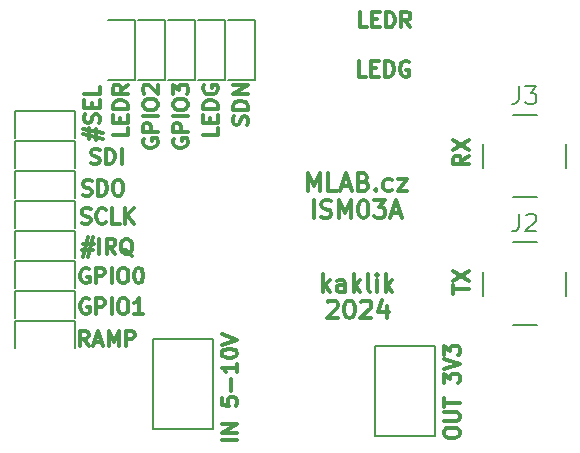
<source format=gbr>
%TF.GenerationSoftware,KiCad,Pcbnew,8.0.3+1*%
%TF.CreationDate,2024-07-15T18:43:40+00:00*%
%TF.ProjectId,ISM03,49534d30-332e-46b6-9963-61645f706362,rev?*%
%TF.SameCoordinates,Original*%
%TF.FileFunction,Legend,Top*%
%TF.FilePolarity,Positive*%
%FSLAX46Y46*%
G04 Gerber Fmt 4.6, Leading zero omitted, Abs format (unit mm)*
G04 Created by KiCad (PCBNEW 8.0.3+1) date 2024-07-15 18:43:40*
%MOMM*%
%LPD*%
G01*
G04 APERTURE LIST*
%ADD10C,0.300000*%
%ADD11C,0.150000*%
G04 APERTURE END LIST*
D10*
X17222804Y34129633D02*
X17222804Y33510585D01*
X17222804Y33510585D02*
X15922804Y33510585D01*
X16541852Y34562966D02*
X16541852Y34996300D01*
X17222804Y35182014D02*
X17222804Y34562966D01*
X17222804Y34562966D02*
X15922804Y34562966D01*
X15922804Y34562966D02*
X15922804Y35182014D01*
X17222804Y35739156D02*
X15922804Y35739156D01*
X15922804Y35739156D02*
X15922804Y36048680D01*
X15922804Y36048680D02*
X15984709Y36234394D01*
X15984709Y36234394D02*
X16108519Y36358204D01*
X16108519Y36358204D02*
X16232328Y36420109D01*
X16232328Y36420109D02*
X16479947Y36482013D01*
X16479947Y36482013D02*
X16665661Y36482013D01*
X16665661Y36482013D02*
X16913280Y36420109D01*
X16913280Y36420109D02*
X17037090Y36358204D01*
X17037090Y36358204D02*
X17160900Y36234394D01*
X17160900Y36234394D02*
X17222804Y36048680D01*
X17222804Y36048680D02*
X17222804Y35739156D01*
X17222804Y37782013D02*
X16603757Y37348680D01*
X17222804Y37039156D02*
X15922804Y37039156D01*
X15922804Y37039156D02*
X15922804Y37534394D01*
X15922804Y37534394D02*
X15984709Y37658204D01*
X15984709Y37658204D02*
X16046614Y37720109D01*
X16046614Y37720109D02*
X16170423Y37782013D01*
X16170423Y37782013D02*
X16356138Y37782013D01*
X16356138Y37782013D02*
X16479947Y37720109D01*
X16479947Y37720109D02*
X16541852Y37658204D01*
X16541852Y37658204D02*
X16603757Y37534394D01*
X16603757Y37534394D02*
X16603757Y37039156D01*
X24842804Y34129633D02*
X24842804Y33510585D01*
X24842804Y33510585D02*
X23542804Y33510585D01*
X24161852Y34562966D02*
X24161852Y34996300D01*
X24842804Y35182014D02*
X24842804Y34562966D01*
X24842804Y34562966D02*
X23542804Y34562966D01*
X23542804Y34562966D02*
X23542804Y35182014D01*
X24842804Y35739156D02*
X23542804Y35739156D01*
X23542804Y35739156D02*
X23542804Y36048680D01*
X23542804Y36048680D02*
X23604709Y36234394D01*
X23604709Y36234394D02*
X23728519Y36358204D01*
X23728519Y36358204D02*
X23852328Y36420109D01*
X23852328Y36420109D02*
X24099947Y36482013D01*
X24099947Y36482013D02*
X24285661Y36482013D01*
X24285661Y36482013D02*
X24533280Y36420109D01*
X24533280Y36420109D02*
X24657090Y36358204D01*
X24657090Y36358204D02*
X24780900Y36234394D01*
X24780900Y36234394D02*
X24842804Y36048680D01*
X24842804Y36048680D02*
X24842804Y35739156D01*
X23604709Y37720109D02*
X23542804Y37596299D01*
X23542804Y37596299D02*
X23542804Y37410585D01*
X23542804Y37410585D02*
X23604709Y37224871D01*
X23604709Y37224871D02*
X23728519Y37101061D01*
X23728519Y37101061D02*
X23852328Y37039156D01*
X23852328Y37039156D02*
X24099947Y36977252D01*
X24099947Y36977252D02*
X24285661Y36977252D01*
X24285661Y36977252D02*
X24533280Y37039156D01*
X24533280Y37039156D02*
X24657090Y37101061D01*
X24657090Y37101061D02*
X24780900Y37224871D01*
X24780900Y37224871D02*
X24842804Y37410585D01*
X24842804Y37410585D02*
X24842804Y37534394D01*
X24842804Y37534394D02*
X24780900Y37720109D01*
X24780900Y37720109D02*
X24718995Y37782013D01*
X24718995Y37782013D02*
X24285661Y37782013D01*
X24285661Y37782013D02*
X24285661Y37534394D01*
X27320900Y34377941D02*
X27382804Y34563655D01*
X27382804Y34563655D02*
X27382804Y34873179D01*
X27382804Y34873179D02*
X27320900Y34996988D01*
X27320900Y34996988D02*
X27258995Y35058893D01*
X27258995Y35058893D02*
X27135185Y35120798D01*
X27135185Y35120798D02*
X27011376Y35120798D01*
X27011376Y35120798D02*
X26887566Y35058893D01*
X26887566Y35058893D02*
X26825661Y34996988D01*
X26825661Y34996988D02*
X26763757Y34873179D01*
X26763757Y34873179D02*
X26701852Y34625560D01*
X26701852Y34625560D02*
X26639947Y34501750D01*
X26639947Y34501750D02*
X26578042Y34439845D01*
X26578042Y34439845D02*
X26454233Y34377941D01*
X26454233Y34377941D02*
X26330423Y34377941D01*
X26330423Y34377941D02*
X26206614Y34439845D01*
X26206614Y34439845D02*
X26144709Y34501750D01*
X26144709Y34501750D02*
X26082804Y34625560D01*
X26082804Y34625560D02*
X26082804Y34935083D01*
X26082804Y34935083D02*
X26144709Y35120798D01*
X27382804Y35677940D02*
X26082804Y35677940D01*
X26082804Y35677940D02*
X26082804Y35987464D01*
X26082804Y35987464D02*
X26144709Y36173178D01*
X26144709Y36173178D02*
X26268519Y36296988D01*
X26268519Y36296988D02*
X26392328Y36358893D01*
X26392328Y36358893D02*
X26639947Y36420797D01*
X26639947Y36420797D02*
X26825661Y36420797D01*
X26825661Y36420797D02*
X27073280Y36358893D01*
X27073280Y36358893D02*
X27197090Y36296988D01*
X27197090Y36296988D02*
X27320900Y36173178D01*
X27320900Y36173178D02*
X27382804Y35987464D01*
X27382804Y35987464D02*
X27382804Y35677940D01*
X27382804Y36977940D02*
X26082804Y36977940D01*
X26082804Y36977940D02*
X27382804Y37720797D01*
X27382804Y37720797D02*
X26082804Y37720797D01*
X18524709Y33201061D02*
X18462804Y33077251D01*
X18462804Y33077251D02*
X18462804Y32891537D01*
X18462804Y32891537D02*
X18524709Y32705823D01*
X18524709Y32705823D02*
X18648519Y32582013D01*
X18648519Y32582013D02*
X18772328Y32520108D01*
X18772328Y32520108D02*
X19019947Y32458204D01*
X19019947Y32458204D02*
X19205661Y32458204D01*
X19205661Y32458204D02*
X19453280Y32520108D01*
X19453280Y32520108D02*
X19577090Y32582013D01*
X19577090Y32582013D02*
X19700900Y32705823D01*
X19700900Y32705823D02*
X19762804Y32891537D01*
X19762804Y32891537D02*
X19762804Y33015346D01*
X19762804Y33015346D02*
X19700900Y33201061D01*
X19700900Y33201061D02*
X19638995Y33262965D01*
X19638995Y33262965D02*
X19205661Y33262965D01*
X19205661Y33262965D02*
X19205661Y33015346D01*
X19762804Y33820108D02*
X18462804Y33820108D01*
X18462804Y33820108D02*
X18462804Y34315346D01*
X18462804Y34315346D02*
X18524709Y34439156D01*
X18524709Y34439156D02*
X18586614Y34501061D01*
X18586614Y34501061D02*
X18710423Y34562965D01*
X18710423Y34562965D02*
X18896138Y34562965D01*
X18896138Y34562965D02*
X19019947Y34501061D01*
X19019947Y34501061D02*
X19081852Y34439156D01*
X19081852Y34439156D02*
X19143757Y34315346D01*
X19143757Y34315346D02*
X19143757Y33820108D01*
X19762804Y35120108D02*
X18462804Y35120108D01*
X18462804Y35986775D02*
X18462804Y36234394D01*
X18462804Y36234394D02*
X18524709Y36358204D01*
X18524709Y36358204D02*
X18648519Y36482013D01*
X18648519Y36482013D02*
X18896138Y36543918D01*
X18896138Y36543918D02*
X19329471Y36543918D01*
X19329471Y36543918D02*
X19577090Y36482013D01*
X19577090Y36482013D02*
X19700900Y36358204D01*
X19700900Y36358204D02*
X19762804Y36234394D01*
X19762804Y36234394D02*
X19762804Y35986775D01*
X19762804Y35986775D02*
X19700900Y35862966D01*
X19700900Y35862966D02*
X19577090Y35739156D01*
X19577090Y35739156D02*
X19329471Y35677252D01*
X19329471Y35677252D02*
X18896138Y35677252D01*
X18896138Y35677252D02*
X18648519Y35739156D01*
X18648519Y35739156D02*
X18524709Y35862966D01*
X18524709Y35862966D02*
X18462804Y35986775D01*
X18586614Y37039157D02*
X18524709Y37101061D01*
X18524709Y37101061D02*
X18462804Y37224871D01*
X18462804Y37224871D02*
X18462804Y37534395D01*
X18462804Y37534395D02*
X18524709Y37658204D01*
X18524709Y37658204D02*
X18586614Y37720109D01*
X18586614Y37720109D02*
X18710423Y37782014D01*
X18710423Y37782014D02*
X18834233Y37782014D01*
X18834233Y37782014D02*
X19019947Y37720109D01*
X19019947Y37720109D02*
X19762804Y36977252D01*
X19762804Y36977252D02*
X19762804Y37782014D01*
X21064709Y33201061D02*
X21002804Y33077251D01*
X21002804Y33077251D02*
X21002804Y32891537D01*
X21002804Y32891537D02*
X21064709Y32705823D01*
X21064709Y32705823D02*
X21188519Y32582013D01*
X21188519Y32582013D02*
X21312328Y32520108D01*
X21312328Y32520108D02*
X21559947Y32458204D01*
X21559947Y32458204D02*
X21745661Y32458204D01*
X21745661Y32458204D02*
X21993280Y32520108D01*
X21993280Y32520108D02*
X22117090Y32582013D01*
X22117090Y32582013D02*
X22240900Y32705823D01*
X22240900Y32705823D02*
X22302804Y32891537D01*
X22302804Y32891537D02*
X22302804Y33015346D01*
X22302804Y33015346D02*
X22240900Y33201061D01*
X22240900Y33201061D02*
X22178995Y33262965D01*
X22178995Y33262965D02*
X21745661Y33262965D01*
X21745661Y33262965D02*
X21745661Y33015346D01*
X22302804Y33820108D02*
X21002804Y33820108D01*
X21002804Y33820108D02*
X21002804Y34315346D01*
X21002804Y34315346D02*
X21064709Y34439156D01*
X21064709Y34439156D02*
X21126614Y34501061D01*
X21126614Y34501061D02*
X21250423Y34562965D01*
X21250423Y34562965D02*
X21436138Y34562965D01*
X21436138Y34562965D02*
X21559947Y34501061D01*
X21559947Y34501061D02*
X21621852Y34439156D01*
X21621852Y34439156D02*
X21683757Y34315346D01*
X21683757Y34315346D02*
X21683757Y33820108D01*
X22302804Y35120108D02*
X21002804Y35120108D01*
X21002804Y35986775D02*
X21002804Y36234394D01*
X21002804Y36234394D02*
X21064709Y36358204D01*
X21064709Y36358204D02*
X21188519Y36482013D01*
X21188519Y36482013D02*
X21436138Y36543918D01*
X21436138Y36543918D02*
X21869471Y36543918D01*
X21869471Y36543918D02*
X22117090Y36482013D01*
X22117090Y36482013D02*
X22240900Y36358204D01*
X22240900Y36358204D02*
X22302804Y36234394D01*
X22302804Y36234394D02*
X22302804Y35986775D01*
X22302804Y35986775D02*
X22240900Y35862966D01*
X22240900Y35862966D02*
X22117090Y35739156D01*
X22117090Y35739156D02*
X21869471Y35677252D01*
X21869471Y35677252D02*
X21436138Y35677252D01*
X21436138Y35677252D02*
X21188519Y35739156D01*
X21188519Y35739156D02*
X21064709Y35862966D01*
X21064709Y35862966D02*
X21002804Y35986775D01*
X21002804Y36977252D02*
X21002804Y37782014D01*
X21002804Y37782014D02*
X21498042Y37348680D01*
X21498042Y37348680D02*
X21498042Y37534395D01*
X21498042Y37534395D02*
X21559947Y37658204D01*
X21559947Y37658204D02*
X21621852Y37720109D01*
X21621852Y37720109D02*
X21745661Y37782014D01*
X21745661Y37782014D02*
X22055185Y37782014D01*
X22055185Y37782014D02*
X22178995Y37720109D01*
X22178995Y37720109D02*
X22240900Y37658204D01*
X22240900Y37658204D02*
X22302804Y37534395D01*
X22302804Y37534395D02*
X22302804Y37162966D01*
X22302804Y37162966D02*
X22240900Y37039157D01*
X22240900Y37039157D02*
X22178995Y36977252D01*
X13396851Y28457500D02*
X13582565Y28395596D01*
X13582565Y28395596D02*
X13892089Y28395596D01*
X13892089Y28395596D02*
X14015898Y28457500D01*
X14015898Y28457500D02*
X14077803Y28519405D01*
X14077803Y28519405D02*
X14139708Y28643215D01*
X14139708Y28643215D02*
X14139708Y28767024D01*
X14139708Y28767024D02*
X14077803Y28890834D01*
X14077803Y28890834D02*
X14015898Y28952739D01*
X14015898Y28952739D02*
X13892089Y29014643D01*
X13892089Y29014643D02*
X13644470Y29076548D01*
X13644470Y29076548D02*
X13520660Y29138453D01*
X13520660Y29138453D02*
X13458755Y29200358D01*
X13458755Y29200358D02*
X13396851Y29324167D01*
X13396851Y29324167D02*
X13396851Y29447977D01*
X13396851Y29447977D02*
X13458755Y29571786D01*
X13458755Y29571786D02*
X13520660Y29633691D01*
X13520660Y29633691D02*
X13644470Y29695596D01*
X13644470Y29695596D02*
X13953993Y29695596D01*
X13953993Y29695596D02*
X14139708Y29633691D01*
X14696850Y28395596D02*
X14696850Y29695596D01*
X14696850Y29695596D02*
X15006374Y29695596D01*
X15006374Y29695596D02*
X15192088Y29633691D01*
X15192088Y29633691D02*
X15315898Y29509881D01*
X15315898Y29509881D02*
X15377803Y29386072D01*
X15377803Y29386072D02*
X15439707Y29138453D01*
X15439707Y29138453D02*
X15439707Y28952739D01*
X15439707Y28952739D02*
X15377803Y28705120D01*
X15377803Y28705120D02*
X15315898Y28581310D01*
X15315898Y28581310D02*
X15192088Y28457500D01*
X15192088Y28457500D02*
X15006374Y28395596D01*
X15006374Y28395596D02*
X14696850Y28395596D01*
X16244469Y29695596D02*
X16492088Y29695596D01*
X16492088Y29695596D02*
X16615898Y29633691D01*
X16615898Y29633691D02*
X16739707Y29509881D01*
X16739707Y29509881D02*
X16801612Y29262262D01*
X16801612Y29262262D02*
X16801612Y28828929D01*
X16801612Y28828929D02*
X16739707Y28581310D01*
X16739707Y28581310D02*
X16615898Y28457500D01*
X16615898Y28457500D02*
X16492088Y28395596D01*
X16492088Y28395596D02*
X16244469Y28395596D01*
X16244469Y28395596D02*
X16120660Y28457500D01*
X16120660Y28457500D02*
X15996850Y28581310D01*
X15996850Y28581310D02*
X15934946Y28828929D01*
X15934946Y28828929D02*
X15934946Y29262262D01*
X15934946Y29262262D02*
X15996850Y29509881D01*
X15996850Y29509881D02*
X16120660Y29633691D01*
X16120660Y29633691D02*
X16244469Y29695596D01*
X13295375Y26069900D02*
X13481089Y26007996D01*
X13481089Y26007996D02*
X13790613Y26007996D01*
X13790613Y26007996D02*
X13914422Y26069900D01*
X13914422Y26069900D02*
X13976327Y26131805D01*
X13976327Y26131805D02*
X14038232Y26255615D01*
X14038232Y26255615D02*
X14038232Y26379424D01*
X14038232Y26379424D02*
X13976327Y26503234D01*
X13976327Y26503234D02*
X13914422Y26565139D01*
X13914422Y26565139D02*
X13790613Y26627043D01*
X13790613Y26627043D02*
X13542994Y26688948D01*
X13542994Y26688948D02*
X13419184Y26750853D01*
X13419184Y26750853D02*
X13357279Y26812758D01*
X13357279Y26812758D02*
X13295375Y26936567D01*
X13295375Y26936567D02*
X13295375Y27060377D01*
X13295375Y27060377D02*
X13357279Y27184186D01*
X13357279Y27184186D02*
X13419184Y27246091D01*
X13419184Y27246091D02*
X13542994Y27307996D01*
X13542994Y27307996D02*
X13852517Y27307996D01*
X13852517Y27307996D02*
X14038232Y27246091D01*
X15338231Y26131805D02*
X15276327Y26069900D01*
X15276327Y26069900D02*
X15090612Y26007996D01*
X15090612Y26007996D02*
X14966803Y26007996D01*
X14966803Y26007996D02*
X14781089Y26069900D01*
X14781089Y26069900D02*
X14657279Y26193710D01*
X14657279Y26193710D02*
X14595374Y26317520D01*
X14595374Y26317520D02*
X14533470Y26565139D01*
X14533470Y26565139D02*
X14533470Y26750853D01*
X14533470Y26750853D02*
X14595374Y26998472D01*
X14595374Y26998472D02*
X14657279Y27122281D01*
X14657279Y27122281D02*
X14781089Y27246091D01*
X14781089Y27246091D02*
X14966803Y27307996D01*
X14966803Y27307996D02*
X15090612Y27307996D01*
X15090612Y27307996D02*
X15276327Y27246091D01*
X15276327Y27246091D02*
X15338231Y27184186D01*
X16514422Y26007996D02*
X15895374Y26007996D01*
X15895374Y26007996D02*
X15895374Y27307996D01*
X16947755Y26007996D02*
X16947755Y27307996D01*
X17690612Y26007996D02*
X17133470Y26750853D01*
X17690612Y27307996D02*
X16947755Y26565139D01*
X13427098Y24309262D02*
X14355669Y24309262D01*
X13798526Y24866405D02*
X13427098Y23194977D01*
X14231859Y23752120D02*
X13303288Y23752120D01*
X13860431Y23194977D02*
X14231859Y24866405D01*
X14789002Y23442596D02*
X14789002Y24742596D01*
X16150907Y23442596D02*
X15717574Y24061643D01*
X15408050Y23442596D02*
X15408050Y24742596D01*
X15408050Y24742596D02*
X15903288Y24742596D01*
X15903288Y24742596D02*
X16027098Y24680691D01*
X16027098Y24680691D02*
X16089003Y24618786D01*
X16089003Y24618786D02*
X16150907Y24494977D01*
X16150907Y24494977D02*
X16150907Y24309262D01*
X16150907Y24309262D02*
X16089003Y24185453D01*
X16089003Y24185453D02*
X16027098Y24123548D01*
X16027098Y24123548D02*
X15903288Y24061643D01*
X15903288Y24061643D02*
X15408050Y24061643D01*
X17574717Y23318786D02*
X17450907Y23380691D01*
X17450907Y23380691D02*
X17327098Y23504500D01*
X17327098Y23504500D02*
X17141384Y23690215D01*
X17141384Y23690215D02*
X17017574Y23752120D01*
X17017574Y23752120D02*
X16893765Y23752120D01*
X16955669Y23442596D02*
X16831860Y23504500D01*
X16831860Y23504500D02*
X16708050Y23628310D01*
X16708050Y23628310D02*
X16646146Y23875929D01*
X16646146Y23875929D02*
X16646146Y24309262D01*
X16646146Y24309262D02*
X16708050Y24556881D01*
X16708050Y24556881D02*
X16831860Y24680691D01*
X16831860Y24680691D02*
X16955669Y24742596D01*
X16955669Y24742596D02*
X17203288Y24742596D01*
X17203288Y24742596D02*
X17327098Y24680691D01*
X17327098Y24680691D02*
X17450907Y24556881D01*
X17450907Y24556881D02*
X17512812Y24309262D01*
X17512812Y24309262D02*
X17512812Y23875929D01*
X17512812Y23875929D02*
X17450907Y23628310D01*
X17450907Y23628310D02*
X17327098Y23504500D01*
X17327098Y23504500D02*
X17203288Y23442596D01*
X17203288Y23442596D02*
X16955669Y23442596D01*
X13897060Y19626091D02*
X13773250Y19687996D01*
X13773250Y19687996D02*
X13587536Y19687996D01*
X13587536Y19687996D02*
X13401822Y19626091D01*
X13401822Y19626091D02*
X13278012Y19502281D01*
X13278012Y19502281D02*
X13216107Y19378472D01*
X13216107Y19378472D02*
X13154203Y19130853D01*
X13154203Y19130853D02*
X13154203Y18945139D01*
X13154203Y18945139D02*
X13216107Y18697520D01*
X13216107Y18697520D02*
X13278012Y18573710D01*
X13278012Y18573710D02*
X13401822Y18449900D01*
X13401822Y18449900D02*
X13587536Y18387996D01*
X13587536Y18387996D02*
X13711345Y18387996D01*
X13711345Y18387996D02*
X13897060Y18449900D01*
X13897060Y18449900D02*
X13958964Y18511805D01*
X13958964Y18511805D02*
X13958964Y18945139D01*
X13958964Y18945139D02*
X13711345Y18945139D01*
X14516107Y18387996D02*
X14516107Y19687996D01*
X14516107Y19687996D02*
X15011345Y19687996D01*
X15011345Y19687996D02*
X15135155Y19626091D01*
X15135155Y19626091D02*
X15197060Y19564186D01*
X15197060Y19564186D02*
X15258964Y19440377D01*
X15258964Y19440377D02*
X15258964Y19254662D01*
X15258964Y19254662D02*
X15197060Y19130853D01*
X15197060Y19130853D02*
X15135155Y19068948D01*
X15135155Y19068948D02*
X15011345Y19007043D01*
X15011345Y19007043D02*
X14516107Y19007043D01*
X15816107Y18387996D02*
X15816107Y19687996D01*
X16682774Y19687996D02*
X16930393Y19687996D01*
X16930393Y19687996D02*
X17054203Y19626091D01*
X17054203Y19626091D02*
X17178012Y19502281D01*
X17178012Y19502281D02*
X17239917Y19254662D01*
X17239917Y19254662D02*
X17239917Y18821329D01*
X17239917Y18821329D02*
X17178012Y18573710D01*
X17178012Y18573710D02*
X17054203Y18449900D01*
X17054203Y18449900D02*
X16930393Y18387996D01*
X16930393Y18387996D02*
X16682774Y18387996D01*
X16682774Y18387996D02*
X16558965Y18449900D01*
X16558965Y18449900D02*
X16435155Y18573710D01*
X16435155Y18573710D02*
X16373251Y18821329D01*
X16373251Y18821329D02*
X16373251Y19254662D01*
X16373251Y19254662D02*
X16435155Y19502281D01*
X16435155Y19502281D02*
X16558965Y19626091D01*
X16558965Y19626091D02*
X16682774Y19687996D01*
X18478013Y18387996D02*
X17735156Y18387996D01*
X18106584Y18387996D02*
X18106584Y19687996D01*
X18106584Y19687996D02*
X17982775Y19502281D01*
X17982775Y19502281D02*
X17858965Y19378472D01*
X17858965Y19378472D02*
X17735156Y19316567D01*
X13892212Y15644796D02*
X13458879Y16263843D01*
X13149355Y15644796D02*
X13149355Y16944796D01*
X13149355Y16944796D02*
X13644593Y16944796D01*
X13644593Y16944796D02*
X13768403Y16882891D01*
X13768403Y16882891D02*
X13830308Y16820986D01*
X13830308Y16820986D02*
X13892212Y16697177D01*
X13892212Y16697177D02*
X13892212Y16511462D01*
X13892212Y16511462D02*
X13830308Y16387653D01*
X13830308Y16387653D02*
X13768403Y16325748D01*
X13768403Y16325748D02*
X13644593Y16263843D01*
X13644593Y16263843D02*
X13149355Y16263843D01*
X14387451Y16016224D02*
X15006498Y16016224D01*
X14263641Y15644796D02*
X14696974Y16944796D01*
X14696974Y16944796D02*
X15130308Y15644796D01*
X15563641Y15644796D02*
X15563641Y16944796D01*
X15563641Y16944796D02*
X15996975Y16016224D01*
X15996975Y16016224D02*
X16430308Y16944796D01*
X16430308Y16944796D02*
X16430308Y15644796D01*
X17049355Y15644796D02*
X17049355Y16944796D01*
X17049355Y16944796D02*
X17544593Y16944796D01*
X17544593Y16944796D02*
X17668403Y16882891D01*
X17668403Y16882891D02*
X17730308Y16820986D01*
X17730308Y16820986D02*
X17792212Y16697177D01*
X17792212Y16697177D02*
X17792212Y16511462D01*
X17792212Y16511462D02*
X17730308Y16387653D01*
X17730308Y16387653D02*
X17668403Y16325748D01*
X17668403Y16325748D02*
X17544593Y16263843D01*
X17544593Y16263843D02*
X17049355Y16263843D01*
X13897060Y22216891D02*
X13773250Y22278796D01*
X13773250Y22278796D02*
X13587536Y22278796D01*
X13587536Y22278796D02*
X13401822Y22216891D01*
X13401822Y22216891D02*
X13278012Y22093081D01*
X13278012Y22093081D02*
X13216107Y21969272D01*
X13216107Y21969272D02*
X13154203Y21721653D01*
X13154203Y21721653D02*
X13154203Y21535939D01*
X13154203Y21535939D02*
X13216107Y21288320D01*
X13216107Y21288320D02*
X13278012Y21164510D01*
X13278012Y21164510D02*
X13401822Y21040700D01*
X13401822Y21040700D02*
X13587536Y20978796D01*
X13587536Y20978796D02*
X13711345Y20978796D01*
X13711345Y20978796D02*
X13897060Y21040700D01*
X13897060Y21040700D02*
X13958964Y21102605D01*
X13958964Y21102605D02*
X13958964Y21535939D01*
X13958964Y21535939D02*
X13711345Y21535939D01*
X14516107Y20978796D02*
X14516107Y22278796D01*
X14516107Y22278796D02*
X15011345Y22278796D01*
X15011345Y22278796D02*
X15135155Y22216891D01*
X15135155Y22216891D02*
X15197060Y22154986D01*
X15197060Y22154986D02*
X15258964Y22031177D01*
X15258964Y22031177D02*
X15258964Y21845462D01*
X15258964Y21845462D02*
X15197060Y21721653D01*
X15197060Y21721653D02*
X15135155Y21659748D01*
X15135155Y21659748D02*
X15011345Y21597843D01*
X15011345Y21597843D02*
X14516107Y21597843D01*
X15816107Y20978796D02*
X15816107Y22278796D01*
X16682774Y22278796D02*
X16930393Y22278796D01*
X16930393Y22278796D02*
X17054203Y22216891D01*
X17054203Y22216891D02*
X17178012Y22093081D01*
X17178012Y22093081D02*
X17239917Y21845462D01*
X17239917Y21845462D02*
X17239917Y21412129D01*
X17239917Y21412129D02*
X17178012Y21164510D01*
X17178012Y21164510D02*
X17054203Y21040700D01*
X17054203Y21040700D02*
X16930393Y20978796D01*
X16930393Y20978796D02*
X16682774Y20978796D01*
X16682774Y20978796D02*
X16558965Y21040700D01*
X16558965Y21040700D02*
X16435155Y21164510D01*
X16435155Y21164510D02*
X16373251Y21412129D01*
X16373251Y21412129D02*
X16373251Y21845462D01*
X16373251Y21845462D02*
X16435155Y22093081D01*
X16435155Y22093081D02*
X16558965Y22216891D01*
X16558965Y22216891D02*
X16682774Y22278796D01*
X18044679Y22278796D02*
X18168489Y22278796D01*
X18168489Y22278796D02*
X18292298Y22216891D01*
X18292298Y22216891D02*
X18354203Y22154986D01*
X18354203Y22154986D02*
X18416108Y22031177D01*
X18416108Y22031177D02*
X18478013Y21783558D01*
X18478013Y21783558D02*
X18478013Y21474034D01*
X18478013Y21474034D02*
X18416108Y21226415D01*
X18416108Y21226415D02*
X18354203Y21102605D01*
X18354203Y21102605D02*
X18292298Y21040700D01*
X18292298Y21040700D02*
X18168489Y20978796D01*
X18168489Y20978796D02*
X18044679Y20978796D01*
X18044679Y20978796D02*
X17920870Y21040700D01*
X17920870Y21040700D02*
X17858965Y21102605D01*
X17858965Y21102605D02*
X17797060Y21226415D01*
X17797060Y21226415D02*
X17735156Y21474034D01*
X17735156Y21474034D02*
X17735156Y21783558D01*
X17735156Y21783558D02*
X17797060Y22031177D01*
X17797060Y22031177D02*
X17858965Y22154986D01*
X17858965Y22154986D02*
X17920870Y22216891D01*
X17920870Y22216891D02*
X18044679Y22278796D01*
X26443004Y7669762D02*
X25143004Y7669762D01*
X26443004Y8288810D02*
X25143004Y8288810D01*
X25143004Y8288810D02*
X26443004Y9031667D01*
X26443004Y9031667D02*
X25143004Y9031667D01*
X25143004Y11260239D02*
X25143004Y10641191D01*
X25143004Y10641191D02*
X25762052Y10579287D01*
X25762052Y10579287D02*
X25700147Y10641191D01*
X25700147Y10641191D02*
X25638242Y10765001D01*
X25638242Y10765001D02*
X25638242Y11074525D01*
X25638242Y11074525D02*
X25700147Y11198334D01*
X25700147Y11198334D02*
X25762052Y11260239D01*
X25762052Y11260239D02*
X25885861Y11322144D01*
X25885861Y11322144D02*
X26195385Y11322144D01*
X26195385Y11322144D02*
X26319195Y11260239D01*
X26319195Y11260239D02*
X26381100Y11198334D01*
X26381100Y11198334D02*
X26443004Y11074525D01*
X26443004Y11074525D02*
X26443004Y10765001D01*
X26443004Y10765001D02*
X26381100Y10641191D01*
X26381100Y10641191D02*
X26319195Y10579287D01*
X25947766Y11879286D02*
X25947766Y12869762D01*
X26443004Y14169763D02*
X26443004Y13426906D01*
X26443004Y13798334D02*
X25143004Y13798334D01*
X25143004Y13798334D02*
X25328719Y13674525D01*
X25328719Y13674525D02*
X25452528Y13550715D01*
X25452528Y13550715D02*
X25514433Y13426906D01*
X25143004Y14974524D02*
X25143004Y15098334D01*
X25143004Y15098334D02*
X25204909Y15222143D01*
X25204909Y15222143D02*
X25266814Y15284048D01*
X25266814Y15284048D02*
X25390623Y15345953D01*
X25390623Y15345953D02*
X25638242Y15407858D01*
X25638242Y15407858D02*
X25947766Y15407858D01*
X25947766Y15407858D02*
X26195385Y15345953D01*
X26195385Y15345953D02*
X26319195Y15284048D01*
X26319195Y15284048D02*
X26381100Y15222143D01*
X26381100Y15222143D02*
X26443004Y15098334D01*
X26443004Y15098334D02*
X26443004Y14974524D01*
X26443004Y14974524D02*
X26381100Y14850715D01*
X26381100Y14850715D02*
X26319195Y14788810D01*
X26319195Y14788810D02*
X26195385Y14726905D01*
X26195385Y14726905D02*
X25947766Y14665001D01*
X25947766Y14665001D02*
X25638242Y14665001D01*
X25638242Y14665001D02*
X25390623Y14726905D01*
X25390623Y14726905D02*
X25266814Y14788810D01*
X25266814Y14788810D02*
X25204909Y14850715D01*
X25204909Y14850715D02*
X25143004Y14974524D01*
X25143004Y15779286D02*
X26443004Y16212619D01*
X26443004Y16212619D02*
X25143004Y16645953D01*
X43989804Y8195124D02*
X43989804Y8442743D01*
X43989804Y8442743D02*
X44051709Y8566553D01*
X44051709Y8566553D02*
X44175519Y8690362D01*
X44175519Y8690362D02*
X44423138Y8752267D01*
X44423138Y8752267D02*
X44856471Y8752267D01*
X44856471Y8752267D02*
X45104090Y8690362D01*
X45104090Y8690362D02*
X45227900Y8566553D01*
X45227900Y8566553D02*
X45289804Y8442743D01*
X45289804Y8442743D02*
X45289804Y8195124D01*
X45289804Y8195124D02*
X45227900Y8071315D01*
X45227900Y8071315D02*
X45104090Y7947505D01*
X45104090Y7947505D02*
X44856471Y7885601D01*
X44856471Y7885601D02*
X44423138Y7885601D01*
X44423138Y7885601D02*
X44175519Y7947505D01*
X44175519Y7947505D02*
X44051709Y8071315D01*
X44051709Y8071315D02*
X43989804Y8195124D01*
X43989804Y9309410D02*
X45042185Y9309410D01*
X45042185Y9309410D02*
X45165995Y9371315D01*
X45165995Y9371315D02*
X45227900Y9433220D01*
X45227900Y9433220D02*
X45289804Y9557029D01*
X45289804Y9557029D02*
X45289804Y9804648D01*
X45289804Y9804648D02*
X45227900Y9928458D01*
X45227900Y9928458D02*
X45165995Y9990363D01*
X45165995Y9990363D02*
X45042185Y10052267D01*
X45042185Y10052267D02*
X43989804Y10052267D01*
X43989804Y10485601D02*
X43989804Y11228458D01*
X45289804Y10857030D02*
X43989804Y10857030D01*
X43989804Y12528458D02*
X43989804Y13333220D01*
X43989804Y13333220D02*
X44485042Y12899886D01*
X44485042Y12899886D02*
X44485042Y13085601D01*
X44485042Y13085601D02*
X44546947Y13209410D01*
X44546947Y13209410D02*
X44608852Y13271315D01*
X44608852Y13271315D02*
X44732661Y13333220D01*
X44732661Y13333220D02*
X45042185Y13333220D01*
X45042185Y13333220D02*
X45165995Y13271315D01*
X45165995Y13271315D02*
X45227900Y13209410D01*
X45227900Y13209410D02*
X45289804Y13085601D01*
X45289804Y13085601D02*
X45289804Y12714172D01*
X45289804Y12714172D02*
X45227900Y12590363D01*
X45227900Y12590363D02*
X45165995Y12528458D01*
X43989804Y13704648D02*
X45289804Y14137981D01*
X45289804Y14137981D02*
X43989804Y14571315D01*
X43989804Y14880839D02*
X43989804Y15685601D01*
X43989804Y15685601D02*
X44485042Y15252267D01*
X44485042Y15252267D02*
X44485042Y15437982D01*
X44485042Y15437982D02*
X44546947Y15561791D01*
X44546947Y15561791D02*
X44608852Y15623696D01*
X44608852Y15623696D02*
X44732661Y15685601D01*
X44732661Y15685601D02*
X45042185Y15685601D01*
X45042185Y15685601D02*
X45165995Y15623696D01*
X45165995Y15623696D02*
X45227900Y15561791D01*
X45227900Y15561791D02*
X45289804Y15437982D01*
X45289804Y15437982D02*
X45289804Y15066553D01*
X45289804Y15066553D02*
X45227900Y14942744D01*
X45227900Y14942744D02*
X45165995Y14880839D01*
X46041851Y31786645D02*
X45422804Y31353312D01*
X46041851Y31043788D02*
X44741851Y31043788D01*
X44741851Y31043788D02*
X44741851Y31539026D01*
X44741851Y31539026D02*
X44803756Y31662836D01*
X44803756Y31662836D02*
X44865661Y31724741D01*
X44865661Y31724741D02*
X44989470Y31786645D01*
X44989470Y31786645D02*
X45175185Y31786645D01*
X45175185Y31786645D02*
X45298994Y31724741D01*
X45298994Y31724741D02*
X45360899Y31662836D01*
X45360899Y31662836D02*
X45422804Y31539026D01*
X45422804Y31539026D02*
X45422804Y31043788D01*
X44741851Y32219979D02*
X46041851Y33086645D01*
X44741851Y33086645D02*
X46041851Y32219979D01*
X44741851Y20090836D02*
X44741851Y20833693D01*
X46041851Y20462265D02*
X44741851Y20462265D01*
X44741851Y21143217D02*
X46041851Y22009883D01*
X44741851Y22009883D02*
X46041851Y21143217D01*
X32923190Y26498983D02*
X32923190Y27998983D01*
X33566048Y26570411D02*
X33780334Y26498983D01*
X33780334Y26498983D02*
X34137476Y26498983D01*
X34137476Y26498983D02*
X34280334Y26570411D01*
X34280334Y26570411D02*
X34351762Y26641840D01*
X34351762Y26641840D02*
X34423191Y26784697D01*
X34423191Y26784697D02*
X34423191Y26927554D01*
X34423191Y26927554D02*
X34351762Y27070411D01*
X34351762Y27070411D02*
X34280334Y27141840D01*
X34280334Y27141840D02*
X34137476Y27213269D01*
X34137476Y27213269D02*
X33851762Y27284697D01*
X33851762Y27284697D02*
X33708905Y27356126D01*
X33708905Y27356126D02*
X33637476Y27427554D01*
X33637476Y27427554D02*
X33566048Y27570411D01*
X33566048Y27570411D02*
X33566048Y27713269D01*
X33566048Y27713269D02*
X33637476Y27856126D01*
X33637476Y27856126D02*
X33708905Y27927554D01*
X33708905Y27927554D02*
X33851762Y27998983D01*
X33851762Y27998983D02*
X34208905Y27998983D01*
X34208905Y27998983D02*
X34423191Y27927554D01*
X35066047Y26498983D02*
X35066047Y27998983D01*
X35066047Y27998983D02*
X35566047Y26927554D01*
X35566047Y26927554D02*
X36066047Y27998983D01*
X36066047Y27998983D02*
X36066047Y26498983D01*
X37066048Y27998983D02*
X37208905Y27998983D01*
X37208905Y27998983D02*
X37351762Y27927554D01*
X37351762Y27927554D02*
X37423191Y27856126D01*
X37423191Y27856126D02*
X37494619Y27713269D01*
X37494619Y27713269D02*
X37566048Y27427554D01*
X37566048Y27427554D02*
X37566048Y27070411D01*
X37566048Y27070411D02*
X37494619Y26784697D01*
X37494619Y26784697D02*
X37423191Y26641840D01*
X37423191Y26641840D02*
X37351762Y26570411D01*
X37351762Y26570411D02*
X37208905Y26498983D01*
X37208905Y26498983D02*
X37066048Y26498983D01*
X37066048Y26498983D02*
X36923191Y26570411D01*
X36923191Y26570411D02*
X36851762Y26641840D01*
X36851762Y26641840D02*
X36780333Y26784697D01*
X36780333Y26784697D02*
X36708905Y27070411D01*
X36708905Y27070411D02*
X36708905Y27427554D01*
X36708905Y27427554D02*
X36780333Y27713269D01*
X36780333Y27713269D02*
X36851762Y27856126D01*
X36851762Y27856126D02*
X36923191Y27927554D01*
X36923191Y27927554D02*
X37066048Y27998983D01*
X38066047Y27998983D02*
X38994619Y27998983D01*
X38994619Y27998983D02*
X38494619Y27427554D01*
X38494619Y27427554D02*
X38708904Y27427554D01*
X38708904Y27427554D02*
X38851762Y27356126D01*
X38851762Y27356126D02*
X38923190Y27284697D01*
X38923190Y27284697D02*
X38994619Y27141840D01*
X38994619Y27141840D02*
X38994619Y26784697D01*
X38994619Y26784697D02*
X38923190Y26641840D01*
X38923190Y26641840D02*
X38851762Y26570411D01*
X38851762Y26570411D02*
X38708904Y26498983D01*
X38708904Y26498983D02*
X38280333Y26498983D01*
X38280333Y26498983D02*
X38137476Y26570411D01*
X38137476Y26570411D02*
X38066047Y26641840D01*
X39566047Y26927554D02*
X40280333Y26927554D01*
X39423190Y26498983D02*
X39923190Y27998983D01*
X39923190Y27998983D02*
X40423190Y26498983D01*
X34106172Y19373215D02*
X34177600Y19444643D01*
X34177600Y19444643D02*
X34320458Y19516072D01*
X34320458Y19516072D02*
X34677600Y19516072D01*
X34677600Y19516072D02*
X34820458Y19444643D01*
X34820458Y19444643D02*
X34891886Y19373215D01*
X34891886Y19373215D02*
X34963315Y19230358D01*
X34963315Y19230358D02*
X34963315Y19087500D01*
X34963315Y19087500D02*
X34891886Y18873215D01*
X34891886Y18873215D02*
X34034743Y18016072D01*
X34034743Y18016072D02*
X34963315Y18016072D01*
X35891886Y19516072D02*
X36034743Y19516072D01*
X36034743Y19516072D02*
X36177600Y19444643D01*
X36177600Y19444643D02*
X36249029Y19373215D01*
X36249029Y19373215D02*
X36320457Y19230358D01*
X36320457Y19230358D02*
X36391886Y18944643D01*
X36391886Y18944643D02*
X36391886Y18587500D01*
X36391886Y18587500D02*
X36320457Y18301786D01*
X36320457Y18301786D02*
X36249029Y18158929D01*
X36249029Y18158929D02*
X36177600Y18087500D01*
X36177600Y18087500D02*
X36034743Y18016072D01*
X36034743Y18016072D02*
X35891886Y18016072D01*
X35891886Y18016072D02*
X35749029Y18087500D01*
X35749029Y18087500D02*
X35677600Y18158929D01*
X35677600Y18158929D02*
X35606171Y18301786D01*
X35606171Y18301786D02*
X35534743Y18587500D01*
X35534743Y18587500D02*
X35534743Y18944643D01*
X35534743Y18944643D02*
X35606171Y19230358D01*
X35606171Y19230358D02*
X35677600Y19373215D01*
X35677600Y19373215D02*
X35749029Y19444643D01*
X35749029Y19444643D02*
X35891886Y19516072D01*
X36963314Y19373215D02*
X37034742Y19444643D01*
X37034742Y19444643D02*
X37177600Y19516072D01*
X37177600Y19516072D02*
X37534742Y19516072D01*
X37534742Y19516072D02*
X37677600Y19444643D01*
X37677600Y19444643D02*
X37749028Y19373215D01*
X37749028Y19373215D02*
X37820457Y19230358D01*
X37820457Y19230358D02*
X37820457Y19087500D01*
X37820457Y19087500D02*
X37749028Y18873215D01*
X37749028Y18873215D02*
X36891885Y18016072D01*
X36891885Y18016072D02*
X37820457Y18016072D01*
X39106171Y19016072D02*
X39106171Y18016072D01*
X38749028Y19587500D02*
X38391885Y18516072D01*
X38391885Y18516072D02*
X39320456Y18516072D01*
X33733942Y20251272D02*
X33733942Y21751272D01*
X33876800Y20822700D02*
X34305371Y20251272D01*
X34305371Y21251272D02*
X33733942Y20679843D01*
X35591086Y20251272D02*
X35591086Y21036986D01*
X35591086Y21036986D02*
X35519657Y21179843D01*
X35519657Y21179843D02*
X35376800Y21251272D01*
X35376800Y21251272D02*
X35091086Y21251272D01*
X35091086Y21251272D02*
X34948228Y21179843D01*
X35591086Y20322700D02*
X35448228Y20251272D01*
X35448228Y20251272D02*
X35091086Y20251272D01*
X35091086Y20251272D02*
X34948228Y20322700D01*
X34948228Y20322700D02*
X34876800Y20465558D01*
X34876800Y20465558D02*
X34876800Y20608415D01*
X34876800Y20608415D02*
X34948228Y20751272D01*
X34948228Y20751272D02*
X35091086Y20822700D01*
X35091086Y20822700D02*
X35448228Y20822700D01*
X35448228Y20822700D02*
X35591086Y20894129D01*
X36305371Y20251272D02*
X36305371Y21751272D01*
X36448229Y20822700D02*
X36876800Y20251272D01*
X36876800Y21251272D02*
X36305371Y20679843D01*
X37733943Y20251272D02*
X37591086Y20322700D01*
X37591086Y20322700D02*
X37519657Y20465558D01*
X37519657Y20465558D02*
X37519657Y21751272D01*
X38305371Y20251272D02*
X38305371Y21251272D01*
X38305371Y21751272D02*
X38233943Y21679843D01*
X38233943Y21679843D02*
X38305371Y21608415D01*
X38305371Y21608415D02*
X38376800Y21679843D01*
X38376800Y21679843D02*
X38305371Y21751272D01*
X38305371Y21751272D02*
X38305371Y21608415D01*
X39019657Y20251272D02*
X39019657Y21751272D01*
X39162515Y20822700D02*
X39591086Y20251272D01*
X39591086Y21251272D02*
X39019657Y20679843D01*
X32458903Y28784983D02*
X32458903Y30284983D01*
X32458903Y30284983D02*
X32958903Y29213554D01*
X32958903Y29213554D02*
X33458903Y30284983D01*
X33458903Y30284983D02*
X33458903Y28784983D01*
X34887475Y28784983D02*
X34173189Y28784983D01*
X34173189Y28784983D02*
X34173189Y30284983D01*
X35316047Y29213554D02*
X36030333Y29213554D01*
X35173190Y28784983D02*
X35673190Y30284983D01*
X35673190Y30284983D02*
X36173190Y28784983D01*
X37173189Y29570697D02*
X37387475Y29499269D01*
X37387475Y29499269D02*
X37458904Y29427840D01*
X37458904Y29427840D02*
X37530332Y29284983D01*
X37530332Y29284983D02*
X37530332Y29070697D01*
X37530332Y29070697D02*
X37458904Y28927840D01*
X37458904Y28927840D02*
X37387475Y28856411D01*
X37387475Y28856411D02*
X37244618Y28784983D01*
X37244618Y28784983D02*
X36673189Y28784983D01*
X36673189Y28784983D02*
X36673189Y30284983D01*
X36673189Y30284983D02*
X37173189Y30284983D01*
X37173189Y30284983D02*
X37316047Y30213554D01*
X37316047Y30213554D02*
X37387475Y30142126D01*
X37387475Y30142126D02*
X37458904Y29999269D01*
X37458904Y29999269D02*
X37458904Y29856411D01*
X37458904Y29856411D02*
X37387475Y29713554D01*
X37387475Y29713554D02*
X37316047Y29642126D01*
X37316047Y29642126D02*
X37173189Y29570697D01*
X37173189Y29570697D02*
X36673189Y29570697D01*
X38173189Y28927840D02*
X38244618Y28856411D01*
X38244618Y28856411D02*
X38173189Y28784983D01*
X38173189Y28784983D02*
X38101761Y28856411D01*
X38101761Y28856411D02*
X38173189Y28927840D01*
X38173189Y28927840D02*
X38173189Y28784983D01*
X39530333Y28856411D02*
X39387475Y28784983D01*
X39387475Y28784983D02*
X39101761Y28784983D01*
X39101761Y28784983D02*
X38958904Y28856411D01*
X38958904Y28856411D02*
X38887475Y28927840D01*
X38887475Y28927840D02*
X38816047Y29070697D01*
X38816047Y29070697D02*
X38816047Y29499269D01*
X38816047Y29499269D02*
X38887475Y29642126D01*
X38887475Y29642126D02*
X38958904Y29713554D01*
X38958904Y29713554D02*
X39101761Y29784983D01*
X39101761Y29784983D02*
X39387475Y29784983D01*
X39387475Y29784983D02*
X39530333Y29713554D01*
X40030332Y29784983D02*
X40816047Y29784983D01*
X40816047Y29784983D02*
X40030332Y28784983D01*
X40030332Y28784983D02*
X40816047Y28784983D01*
X37380832Y38479396D02*
X36761784Y38479396D01*
X36761784Y38479396D02*
X36761784Y39779396D01*
X37814165Y39160348D02*
X38247499Y39160348D01*
X38433213Y38479396D02*
X37814165Y38479396D01*
X37814165Y38479396D02*
X37814165Y39779396D01*
X37814165Y39779396D02*
X38433213Y39779396D01*
X38990355Y38479396D02*
X38990355Y39779396D01*
X38990355Y39779396D02*
X39299879Y39779396D01*
X39299879Y39779396D02*
X39485593Y39717491D01*
X39485593Y39717491D02*
X39609403Y39593681D01*
X39609403Y39593681D02*
X39671308Y39469872D01*
X39671308Y39469872D02*
X39733212Y39222253D01*
X39733212Y39222253D02*
X39733212Y39036539D01*
X39733212Y39036539D02*
X39671308Y38788920D01*
X39671308Y38788920D02*
X39609403Y38665110D01*
X39609403Y38665110D02*
X39485593Y38541300D01*
X39485593Y38541300D02*
X39299879Y38479396D01*
X39299879Y38479396D02*
X38990355Y38479396D01*
X40971308Y39717491D02*
X40847498Y39779396D01*
X40847498Y39779396D02*
X40661784Y39779396D01*
X40661784Y39779396D02*
X40476070Y39717491D01*
X40476070Y39717491D02*
X40352260Y39593681D01*
X40352260Y39593681D02*
X40290355Y39469872D01*
X40290355Y39469872D02*
X40228451Y39222253D01*
X40228451Y39222253D02*
X40228451Y39036539D01*
X40228451Y39036539D02*
X40290355Y38788920D01*
X40290355Y38788920D02*
X40352260Y38665110D01*
X40352260Y38665110D02*
X40476070Y38541300D01*
X40476070Y38541300D02*
X40661784Y38479396D01*
X40661784Y38479396D02*
X40785593Y38479396D01*
X40785593Y38479396D02*
X40971308Y38541300D01*
X40971308Y38541300D02*
X41033212Y38603205D01*
X41033212Y38603205D02*
X41033212Y39036539D01*
X41033212Y39036539D02*
X40785593Y39036539D01*
X37457032Y42644996D02*
X36837984Y42644996D01*
X36837984Y42644996D02*
X36837984Y43944996D01*
X37890365Y43325948D02*
X38323699Y43325948D01*
X38509413Y42644996D02*
X37890365Y42644996D01*
X37890365Y42644996D02*
X37890365Y43944996D01*
X37890365Y43944996D02*
X38509413Y43944996D01*
X39066555Y42644996D02*
X39066555Y43944996D01*
X39066555Y43944996D02*
X39376079Y43944996D01*
X39376079Y43944996D02*
X39561793Y43883091D01*
X39561793Y43883091D02*
X39685603Y43759281D01*
X39685603Y43759281D02*
X39747508Y43635472D01*
X39747508Y43635472D02*
X39809412Y43387853D01*
X39809412Y43387853D02*
X39809412Y43202139D01*
X39809412Y43202139D02*
X39747508Y42954520D01*
X39747508Y42954520D02*
X39685603Y42830710D01*
X39685603Y42830710D02*
X39561793Y42706900D01*
X39561793Y42706900D02*
X39376079Y42644996D01*
X39376079Y42644996D02*
X39066555Y42644996D01*
X41109412Y42644996D02*
X40676079Y43264043D01*
X40366555Y42644996D02*
X40366555Y43944996D01*
X40366555Y43944996D02*
X40861793Y43944996D01*
X40861793Y43944996D02*
X40985603Y43883091D01*
X40985603Y43883091D02*
X41047508Y43821186D01*
X41047508Y43821186D02*
X41109412Y43697377D01*
X41109412Y43697377D02*
X41109412Y43511662D01*
X41109412Y43511662D02*
X41047508Y43387853D01*
X41047508Y43387853D02*
X40985603Y43325948D01*
X40985603Y43325948D02*
X40861793Y43264043D01*
X40861793Y43264043D02*
X40366555Y43264043D01*
X14063508Y31124500D02*
X14249222Y31062596D01*
X14249222Y31062596D02*
X14558746Y31062596D01*
X14558746Y31062596D02*
X14682555Y31124500D01*
X14682555Y31124500D02*
X14744460Y31186405D01*
X14744460Y31186405D02*
X14806365Y31310215D01*
X14806365Y31310215D02*
X14806365Y31434024D01*
X14806365Y31434024D02*
X14744460Y31557834D01*
X14744460Y31557834D02*
X14682555Y31619739D01*
X14682555Y31619739D02*
X14558746Y31681643D01*
X14558746Y31681643D02*
X14311127Y31743548D01*
X14311127Y31743548D02*
X14187317Y31805453D01*
X14187317Y31805453D02*
X14125412Y31867358D01*
X14125412Y31867358D02*
X14063508Y31991167D01*
X14063508Y31991167D02*
X14063508Y32114977D01*
X14063508Y32114977D02*
X14125412Y32238786D01*
X14125412Y32238786D02*
X14187317Y32300691D01*
X14187317Y32300691D02*
X14311127Y32362596D01*
X14311127Y32362596D02*
X14620650Y32362596D01*
X14620650Y32362596D02*
X14806365Y32300691D01*
X15363507Y31062596D02*
X15363507Y32362596D01*
X15363507Y32362596D02*
X15673031Y32362596D01*
X15673031Y32362596D02*
X15858745Y32300691D01*
X15858745Y32300691D02*
X15982555Y32176881D01*
X15982555Y32176881D02*
X16044460Y32053072D01*
X16044460Y32053072D02*
X16106364Y31805453D01*
X16106364Y31805453D02*
X16106364Y31619739D01*
X16106364Y31619739D02*
X16044460Y31372120D01*
X16044460Y31372120D02*
X15982555Y31248310D01*
X15982555Y31248310D02*
X15858745Y31124500D01*
X15858745Y31124500D02*
X15673031Y31062596D01*
X15673031Y31062596D02*
X15363507Y31062596D01*
X16663507Y31062596D02*
X16663507Y32362596D01*
X13943138Y33231186D02*
X13943138Y34159757D01*
X13385995Y33602614D02*
X15057423Y33231186D01*
X14500280Y34035947D02*
X14500280Y33107376D01*
X15057423Y33664519D02*
X13385995Y34035947D01*
X14747900Y34531186D02*
X14809804Y34716900D01*
X14809804Y34716900D02*
X14809804Y35026424D01*
X14809804Y35026424D02*
X14747900Y35150233D01*
X14747900Y35150233D02*
X14685995Y35212138D01*
X14685995Y35212138D02*
X14562185Y35274043D01*
X14562185Y35274043D02*
X14438376Y35274043D01*
X14438376Y35274043D02*
X14314566Y35212138D01*
X14314566Y35212138D02*
X14252661Y35150233D01*
X14252661Y35150233D02*
X14190757Y35026424D01*
X14190757Y35026424D02*
X14128852Y34778805D01*
X14128852Y34778805D02*
X14066947Y34654995D01*
X14066947Y34654995D02*
X14005042Y34593090D01*
X14005042Y34593090D02*
X13881233Y34531186D01*
X13881233Y34531186D02*
X13757423Y34531186D01*
X13757423Y34531186D02*
X13633614Y34593090D01*
X13633614Y34593090D02*
X13571709Y34654995D01*
X13571709Y34654995D02*
X13509804Y34778805D01*
X13509804Y34778805D02*
X13509804Y35088328D01*
X13509804Y35088328D02*
X13571709Y35274043D01*
X14128852Y35831185D02*
X14128852Y36264519D01*
X14809804Y36450233D02*
X14809804Y35831185D01*
X14809804Y35831185D02*
X13509804Y35831185D01*
X13509804Y35831185D02*
X13509804Y36450233D01*
X14809804Y37626423D02*
X14809804Y37007375D01*
X14809804Y37007375D02*
X13509804Y37007375D01*
D11*
X50290047Y37663183D02*
X50290047Y36591754D01*
X50290047Y36591754D02*
X50218618Y36377469D01*
X50218618Y36377469D02*
X50075761Y36234611D01*
X50075761Y36234611D02*
X49861475Y36163183D01*
X49861475Y36163183D02*
X49718618Y36163183D01*
X50861475Y37663183D02*
X51790047Y37663183D01*
X51790047Y37663183D02*
X51290047Y37091754D01*
X51290047Y37091754D02*
X51504332Y37091754D01*
X51504332Y37091754D02*
X51647190Y37020326D01*
X51647190Y37020326D02*
X51718618Y36948897D01*
X51718618Y36948897D02*
X51790047Y36806040D01*
X51790047Y36806040D02*
X51790047Y36448897D01*
X51790047Y36448897D02*
X51718618Y36306040D01*
X51718618Y36306040D02*
X51647190Y36234611D01*
X51647190Y36234611D02*
X51504332Y36163183D01*
X51504332Y36163183D02*
X51075761Y36163183D01*
X51075761Y36163183D02*
X50932904Y36234611D01*
X50932904Y36234611D02*
X50861475Y36306040D01*
X50290047Y26868183D02*
X50290047Y25796754D01*
X50290047Y25796754D02*
X50218618Y25582469D01*
X50218618Y25582469D02*
X50075761Y25439611D01*
X50075761Y25439611D02*
X49861475Y25368183D01*
X49861475Y25368183D02*
X49718618Y25368183D01*
X50932904Y26725326D02*
X51004332Y26796754D01*
X51004332Y26796754D02*
X51147190Y26868183D01*
X51147190Y26868183D02*
X51504332Y26868183D01*
X51504332Y26868183D02*
X51647190Y26796754D01*
X51647190Y26796754D02*
X51718618Y26725326D01*
X51718618Y26725326D02*
X51790047Y26582469D01*
X51790047Y26582469D02*
X51790047Y26439611D01*
X51790047Y26439611D02*
X51718618Y26225326D01*
X51718618Y26225326D02*
X50861475Y25368183D01*
X50861475Y25368183D02*
X51790047Y25368183D01*
%TO.C,J17*%
X7620000Y17780000D02*
X12700000Y17780000D01*
X7620000Y15494000D02*
X7620000Y17780000D01*
X12700000Y17780000D02*
X12700000Y15494000D01*
%TO.C,J1*%
X19304000Y16256000D02*
X24384000Y16256000D01*
X19304000Y8636000D02*
X19304000Y16256000D01*
X24384000Y16256000D02*
X24384000Y8636000D01*
X24384000Y8636000D02*
X19304000Y8636000D01*
%TO.C,J4*%
X38150800Y15646400D02*
X43230800Y15646400D01*
X38150800Y8026400D02*
X38150800Y15646400D01*
X43230800Y15646400D02*
X43230800Y8026400D01*
X43230800Y8026400D02*
X38150800Y8026400D01*
%TO.C,J13*%
X7620000Y27940000D02*
X12700000Y27940000D01*
X7620000Y25654000D02*
X7620000Y27940000D01*
X12700000Y27940000D02*
X12700000Y25654000D01*
%TO.C,J14*%
X7620000Y33020000D02*
X12700000Y33020000D01*
X7620000Y30734000D02*
X7620000Y33020000D01*
X12700000Y33020000D02*
X12700000Y30734000D01*
%TO.C,J19*%
X7620000Y25400000D02*
X12700000Y25400000D01*
X7620000Y23114000D02*
X7620000Y25400000D01*
X12700000Y25400000D02*
X12700000Y23114000D01*
%TO.C,J20*%
X7620000Y20320000D02*
X12700000Y20320000D01*
X7620000Y18034000D02*
X7620000Y20320000D01*
X12700000Y20320000D02*
X12700000Y18034000D01*
%TO.C,J21*%
X7620000Y22860000D02*
X12700000Y22860000D01*
X7620000Y20574000D02*
X7620000Y22860000D01*
X12700000Y22860000D02*
X12700000Y20574000D01*
%TO.C,J3*%
X47290047Y32765311D02*
X47290047Y30733311D01*
X49774047Y28274711D02*
X51806047Y28274711D01*
X51806047Y35249311D02*
X49774047Y35249311D01*
X54290047Y30733311D02*
X54290047Y32765311D01*
%TO.C,J22*%
X18034000Y43307000D02*
X20320000Y43307000D01*
X20320000Y43307000D02*
X20320000Y38227000D01*
X20320000Y38227000D02*
X18034000Y38227000D01*
%TO.C,J16*%
X7620000Y35560000D02*
X12700000Y35560000D01*
X7620000Y33274000D02*
X7620000Y35560000D01*
X12700000Y35560000D02*
X12700000Y33274000D01*
%TO.C,J15*%
X7620000Y30480000D02*
X12700000Y30480000D01*
X7620000Y28194000D02*
X7620000Y30480000D01*
X12700000Y30480000D02*
X12700000Y28194000D01*
%TO.C,J23*%
X20574000Y43307000D02*
X22860000Y43307000D01*
X22860000Y43307000D02*
X22860000Y38227000D01*
X22860000Y38227000D02*
X20574000Y38227000D01*
%TO.C,J2*%
X47290047Y21970311D02*
X47290047Y19938311D01*
X49774047Y17479711D02*
X51806047Y17479711D01*
X51806047Y24454311D02*
X49774047Y24454311D01*
X54290047Y19938311D02*
X54290047Y21970311D01*
%TO.C,J6*%
X15494000Y43307000D02*
X17780000Y43307000D01*
X17780000Y43307000D02*
X17780000Y38227000D01*
X17780000Y38227000D02*
X15494000Y38227000D01*
%TO.C,J7*%
X23114000Y43307000D02*
X25400000Y43307000D01*
X25400000Y43307000D02*
X25400000Y38227000D01*
X25400000Y38227000D02*
X23114000Y38227000D01*
%TO.C,J5*%
X25654000Y43307689D02*
X27940000Y43307689D01*
X27940000Y43307689D02*
X27940000Y38227689D01*
X27940000Y38227689D02*
X25654000Y38227689D01*
%TD*%
M02*

</source>
